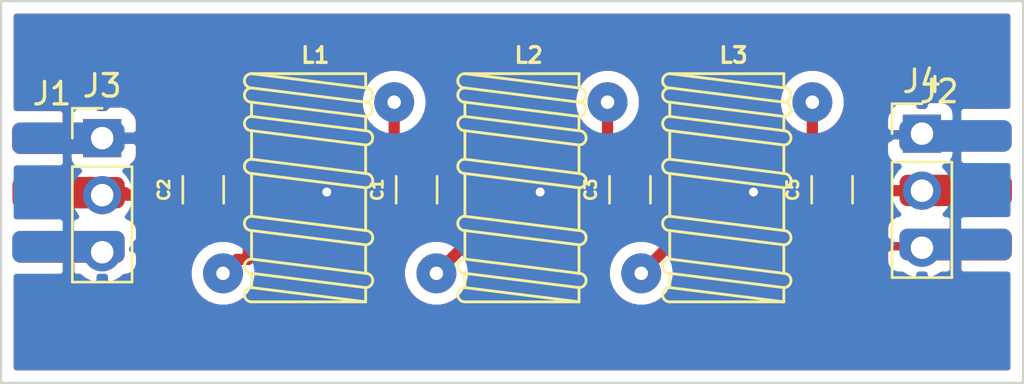
<source format=kicad_pcb>
(kicad_pcb (version 20171130) (host pcbnew 5.1.12-unknown-nightly-202202221509)

  (general
    (thickness 1.6)
    (drawings 4)
    (tracks 32)
    (zones 0)
    (modules 11)
    (nets 6)
  )

  (page A4)
  (layers
    (0 F.Cu signal)
    (31 B.Cu signal)
    (32 B.Adhes user)
    (33 F.Adhes user)
    (34 B.Paste user)
    (35 F.Paste user)
    (36 B.SilkS user)
    (37 F.SilkS user)
    (38 B.Mask user)
    (39 F.Mask user)
    (40 Dwgs.User user)
    (41 Cmts.User user)
    (42 Eco1.User user)
    (43 Eco2.User user)
    (44 Edge.Cuts user)
    (45 Margin user)
    (46 B.CrtYd user)
    (47 F.CrtYd user)
    (48 B.Fab user)
    (49 F.Fab user)
  )

  (setup
    (last_trace_width 0.5)
    (user_trace_width 0.5)
    (user_trace_width 0.75)
    (trace_clearance 0.2)
    (zone_clearance 0.508)
    (zone_45_only no)
    (trace_min 0.2)
    (via_size 0.8)
    (via_drill 0.4)
    (via_min_size 0.4)
    (via_min_drill 0.3)
    (user_via 1.2 0.7)
    (uvia_size 0.3)
    (uvia_drill 0.1)
    (uvias_allowed no)
    (uvia_min_size 0.2)
    (uvia_min_drill 0.1)
    (edge_width 0.05)
    (segment_width 0.2)
    (pcb_text_width 0.3)
    (pcb_text_size 1.5 1.5)
    (mod_edge_width 0.12)
    (mod_text_size 1 1)
    (mod_text_width 0.15)
    (pad_size 1.524 1.524)
    (pad_drill 0.762)
    (pad_to_mask_clearance 0.051)
    (solder_mask_min_width 0.25)
    (aux_axis_origin 0 0)
    (visible_elements FFFFFF7F)
    (pcbplotparams
      (layerselection 0x010fc_ffffffff)
      (usegerberextensions true)
      (usegerberattributes false)
      (usegerberadvancedattributes false)
      (creategerberjobfile false)
      (excludeedgelayer true)
      (linewidth 0.100000)
      (plotframeref false)
      (viasonmask false)
      (mode 1)
      (useauxorigin false)
      (hpglpennumber 1)
      (hpglpenspeed 20)
      (hpglpendiameter 15.000000)
      (psnegative false)
      (psa4output false)
      (plotreference true)
      (plotvalue false)
      (plotinvisibletext false)
      (padsonsilk false)
      (subtractmaskfromsilk true)
      (outputformat 1)
      (mirror false)
      (drillshape 0)
      (scaleselection 1)
      (outputdirectory "gerber/"))
  )

  (net 0 "")
  (net 1 GND)
  (net 2 "Net-(C3-Pad2)")
  (net 3 Input)
  (net 4 Output)
  (net 5 "Net-(C1-Pad2)")

  (net_class Default "This is the default net class."
    (clearance 0.2)
    (trace_width 0.25)
    (via_dia 0.8)
    (via_drill 0.4)
    (uvia_dia 0.3)
    (uvia_drill 0.1)
    (add_net GND)
    (add_net Input)
    (add_net "Net-(C1-Pad2)")
    (add_net "Net-(C3-Pad2)")
    (add_net Output)
  )

  (module "Xenir:Capacitor 1206" (layer F.Cu) (tedit 5EAEEA25) (tstamp 63A27B39)
    (at 139.25 97.4 90)
    (path /5E9E7736)
    (fp_text reference C5 (at 0 0.5 90) (layer F.SilkS)
      (effects (font (size 0.5 0.5) (thickness 0.125)))
    )
    (fp_text value 100pF (at 0.5 4 90) (layer F.Fab)
      (effects (font (size 0.5 0.5) (thickness 0.125)))
    )
    (fp_text user %R (at 0 2.25 90) (layer F.Fab)
      (effects (font (size 0.8 0.8) (thickness 0.12)))
    )
    (fp_line (start 1.6 1.45) (end 1.6 3.05) (layer F.Fab) (width 0.1))
    (fp_line (start 1.6 3.05) (end -1.6 3.05) (layer F.Fab) (width 0.1))
    (fp_line (start 2.28 3.37) (end -2.28 3.37) (layer F.CrtYd) (width 0.05))
    (fp_line (start -2.28 1.13) (end 2.28 1.13) (layer F.CrtYd) (width 0.05))
    (fp_line (start -0.602064 3.16) (end 0.602064 3.16) (layer F.SilkS) (width 0.12))
    (fp_line (start -0.602064 1.34) (end 0.602064 1.34) (layer F.SilkS) (width 0.12))
    (fp_line (start -2.28 3.37) (end -2.28 1.13) (layer F.CrtYd) (width 0.05))
    (fp_line (start -1.6 1.45) (end 1.6 1.45) (layer F.Fab) (width 0.1))
    (fp_line (start 2.28 1.13) (end 2.28 3.37) (layer F.CrtYd) (width 0.05))
    (fp_line (start -1.6 3.05) (end -1.6 1.45) (layer F.Fab) (width 0.1))
    (pad 2 smd roundrect (at 1.4 2.25 90) (size 1.25 1.75) (layers F.Cu F.Paste F.Mask) (roundrect_rratio 0.2)
      (net 4 Output))
    (pad 1 smd roundrect (at -1.4 2.25 90) (size 1.25 1.75) (layers F.Cu F.Paste F.Mask) (roundrect_rratio 0.2)
      (net 1 GND))
  )

  (module "Xenir:Capacitor 1206" (layer F.Cu) (tedit 5EAEEA25) (tstamp 63A27B08)
    (at 111.25 97.4 90)
    (path /5E9E667F)
    (fp_text reference C2 (at 0 0.5 90) (layer F.SilkS)
      (effects (font (size 0.5 0.5) (thickness 0.125)))
    )
    (fp_text value 100pF (at 0.5 4 90) (layer F.Fab)
      (effects (font (size 0.5 0.5) (thickness 0.125)))
    )
    (fp_text user %R (at 0 2.25 90) (layer F.Fab)
      (effects (font (size 0.8 0.8) (thickness 0.12)))
    )
    (fp_line (start 1.6 1.45) (end 1.6 3.05) (layer F.Fab) (width 0.1))
    (fp_line (start 1.6 3.05) (end -1.6 3.05) (layer F.Fab) (width 0.1))
    (fp_line (start 2.28 3.37) (end -2.28 3.37) (layer F.CrtYd) (width 0.05))
    (fp_line (start -2.28 1.13) (end 2.28 1.13) (layer F.CrtYd) (width 0.05))
    (fp_line (start -0.602064 3.16) (end 0.602064 3.16) (layer F.SilkS) (width 0.12))
    (fp_line (start -0.602064 1.34) (end 0.602064 1.34) (layer F.SilkS) (width 0.12))
    (fp_line (start -2.28 3.37) (end -2.28 1.13) (layer F.CrtYd) (width 0.05))
    (fp_line (start -1.6 1.45) (end 1.6 1.45) (layer F.Fab) (width 0.1))
    (fp_line (start 2.28 1.13) (end 2.28 3.37) (layer F.CrtYd) (width 0.05))
    (fp_line (start -1.6 3.05) (end -1.6 1.45) (layer F.Fab) (width 0.1))
    (pad 2 smd roundrect (at 1.4 2.25 90) (size 1.25 1.75) (layers F.Cu F.Paste F.Mask) (roundrect_rratio 0.2)
      (net 3 Input))
    (pad 1 smd roundrect (at -1.4 2.25 90) (size 1.25 1.75) (layers F.Cu F.Paste F.Mask) (roundrect_rratio 0.2)
      (net 1 GND))
  )

  (module Xenir:T37_Inductor (layer F.Cu) (tedit 5F4AA3ED) (tstamp 63A2780D)
    (at 136.81 90.31)
    (path /63A2F86C)
    (fp_text reference L3 (at 0.3 1.1) (layer F.SilkS)
      (effects (font (size 0.7 0.7) (thickness 0.15)))
    )
    (fp_text value Inductor (at 0 -0.1) (layer F.Fab)
      (effects (font (size 0.7 0.7) (thickness 0.15)))
    )
    (fp_arc (start 2.54 6.6825) (end 2.54 6.365) (angle 180) (layer F.SilkS) (width 0.127))
    (fp_arc (start -2.54 6.0475) (end -2.54 6.365) (angle 180) (layer F.SilkS) (width 0.127))
    (fp_arc (start 2.54 3.5075) (end 2.54 3.19) (angle 180) (layer F.SilkS) (width 0.127))
    (fp_arc (start 2.54 9.2225) (end 2.54 8.905) (angle 180) (layer F.SilkS) (width 0.127))
    (fp_arc (start 2.54 11.1275) (end 2.54 10.81) (angle 180) (layer F.SilkS) (width 0.127))
    (fp_arc (start -2.54 11.7625) (end -2.54 12.08) (angle 180) (layer F.SilkS) (width 0.127))
    (fp_arc (start -2.54 2.2375) (end -2.54 2.555) (angle 180) (layer F.SilkS) (width 0.127))
    (fp_arc (start -2.54 2.8725) (end -2.54 3.19) (angle 180) (layer F.SilkS) (width 0.127))
    (fp_arc (start 2.54 2.8725) (end 2.54 2.555) (angle 180) (layer F.SilkS) (width 0.127))
    (fp_arc (start -2.54 4.1425) (end -2.54 4.46) (angle 180) (layer F.SilkS) (width 0.127))
    (fp_arc (start -2.54 8.5875) (end -2.54 8.905) (angle 180) (layer F.SilkS) (width 0.127))
    (fp_arc (start -2.54 10.4925) (end -2.54 10.81) (angle 180) (layer F.SilkS) (width 0.127))
    (fp_arc (start 2.54 4.7775) (end 2.54 4.46) (angle 180) (layer F.SilkS) (width 0.127))
    (fp_circle (center 4.7625 1.92) (end 4.9869 1.92) (layer F.Fab) (width 0.4064))
    (fp_line (start -2.54 3.825) (end 2.54 4.46) (layer F.SilkS) (width 0.127))
    (fp_line (start -2.54 10.81) (end 2.54 11.445) (layer F.SilkS) (width 0.127))
    (fp_line (start -2.54 4.46) (end 2.54 5.095) (layer F.SilkS) (width 0.127))
    (fp_line (start -2.54 10.175) (end 2.54 10.81) (layer F.SilkS) (width 0.127))
    (fp_line (start -2.54 8.27) (end 2.54 8.905) (layer F.SilkS) (width 0.127))
    (fp_line (start -2.54 2.555) (end 2.54 3.19) (layer F.SilkS) (width 0.127))
    (fp_line (start -2.54 6.365) (end 2.54 7) (layer F.SilkS) (width 0.127))
    (fp_line (start -2.54 5.73) (end 2.54 6.365) (layer F.SilkS) (width 0.127))
    (fp_line (start -2.54 11.445) (end 2.54 12.08) (layer F.SilkS) (width 0.127))
    (fp_line (start -2.54 3.19) (end 2.54 3.825) (layer F.SilkS) (width 0.127))
    (fp_line (start -2.54 8.905) (end 2.54 9.54) (layer F.SilkS) (width 0.127))
    (fp_line (start 2.54 8.905) (end 2.54 7) (layer F.SilkS) (width 0.127))
    (fp_line (start 2.54 10.81) (end 2.54 9.54) (layer F.SilkS) (width 0.127))
    (fp_line (start -2.54 10.81) (end -2.54 11.445) (layer F.SilkS) (width 0.127))
    (fp_line (start -2.54 3.19) (end -2.54 3.825) (layer F.SilkS) (width 0.127))
    (fp_line (start 2.54 1.92) (end -2.54 1.92) (layer F.SilkS) (width 0.127))
    (fp_line (start 2.54 4.46) (end 2.54 3.825) (layer F.SilkS) (width 0.127))
    (fp_line (start 2.54 12.08) (end 2.54 11.445) (layer F.SilkS) (width 0.127))
    (fp_line (start -2.54 6.365) (end -2.54 8.27) (layer F.SilkS) (width 0.127))
    (fp_line (start -2.54 1.92) (end 2.54 2.555) (layer F.SilkS) (width 0.127))
    (fp_line (start 2.54 6.365) (end 2.54 5.095) (layer F.SilkS) (width 0.127))
    (fp_line (start -2.54 12.08) (end 2.54 12.08) (layer F.SilkS) (width 0.127))
    (fp_line (start -2.54 8.905) (end -2.54 10.175) (layer F.SilkS) (width 0.127))
    (fp_line (start -2.54 4.46) (end -2.54 5.73) (layer F.SilkS) (width 0.127))
    (fp_line (start 2.54 2.555) (end 2.54 1.92) (layer F.SilkS) (width 0.127))
    (pad 1 thru_hole circle (at -3.81 10.81) (size 1.778 1.778) (drill 0.6) (layers *.Cu *.Mask)
      (net 2 "Net-(C3-Pad2)") (solder_mask_margin 0.1016))
    (pad 2 thru_hole circle (at 3.81 3.19) (size 1.778 1.778) (drill 0.6) (layers *.Cu *.Mask)
      (net 4 Output) (solder_mask_margin 0.1016))
  )

  (module Xenir:T37_Inductor (layer F.Cu) (tedit 5F4AA3ED) (tstamp 63A277E0)
    (at 127.69 90.31)
    (path /63A2F47D)
    (fp_text reference L2 (at 0.3 1.1) (layer F.SilkS)
      (effects (font (size 0.7 0.7) (thickness 0.15)))
    )
    (fp_text value Inductor (at 0 -0.1) (layer F.Fab)
      (effects (font (size 0.7 0.7) (thickness 0.15)))
    )
    (fp_arc (start 2.54 6.6825) (end 2.54 6.365) (angle 180) (layer F.SilkS) (width 0.127))
    (fp_arc (start -2.54 6.0475) (end -2.54 6.365) (angle 180) (layer F.SilkS) (width 0.127))
    (fp_arc (start 2.54 3.5075) (end 2.54 3.19) (angle 180) (layer F.SilkS) (width 0.127))
    (fp_arc (start 2.54 9.2225) (end 2.54 8.905) (angle 180) (layer F.SilkS) (width 0.127))
    (fp_arc (start 2.54 11.1275) (end 2.54 10.81) (angle 180) (layer F.SilkS) (width 0.127))
    (fp_arc (start -2.54 11.7625) (end -2.54 12.08) (angle 180) (layer F.SilkS) (width 0.127))
    (fp_arc (start -2.54 2.2375) (end -2.54 2.555) (angle 180) (layer F.SilkS) (width 0.127))
    (fp_arc (start -2.54 2.8725) (end -2.54 3.19) (angle 180) (layer F.SilkS) (width 0.127))
    (fp_arc (start 2.54 2.8725) (end 2.54 2.555) (angle 180) (layer F.SilkS) (width 0.127))
    (fp_arc (start -2.54 4.1425) (end -2.54 4.46) (angle 180) (layer F.SilkS) (width 0.127))
    (fp_arc (start -2.54 8.5875) (end -2.54 8.905) (angle 180) (layer F.SilkS) (width 0.127))
    (fp_arc (start -2.54 10.4925) (end -2.54 10.81) (angle 180) (layer F.SilkS) (width 0.127))
    (fp_arc (start 2.54 4.7775) (end 2.54 4.46) (angle 180) (layer F.SilkS) (width 0.127))
    (fp_circle (center 4.7625 1.92) (end 4.9869 1.92) (layer F.Fab) (width 0.4064))
    (fp_line (start -2.54 3.825) (end 2.54 4.46) (layer F.SilkS) (width 0.127))
    (fp_line (start -2.54 10.81) (end 2.54 11.445) (layer F.SilkS) (width 0.127))
    (fp_line (start -2.54 4.46) (end 2.54 5.095) (layer F.SilkS) (width 0.127))
    (fp_line (start -2.54 10.175) (end 2.54 10.81) (layer F.SilkS) (width 0.127))
    (fp_line (start -2.54 8.27) (end 2.54 8.905) (layer F.SilkS) (width 0.127))
    (fp_line (start -2.54 2.555) (end 2.54 3.19) (layer F.SilkS) (width 0.127))
    (fp_line (start -2.54 6.365) (end 2.54 7) (layer F.SilkS) (width 0.127))
    (fp_line (start -2.54 5.73) (end 2.54 6.365) (layer F.SilkS) (width 0.127))
    (fp_line (start -2.54 11.445) (end 2.54 12.08) (layer F.SilkS) (width 0.127))
    (fp_line (start -2.54 3.19) (end 2.54 3.825) (layer F.SilkS) (width 0.127))
    (fp_line (start -2.54 8.905) (end 2.54 9.54) (layer F.SilkS) (width 0.127))
    (fp_line (start 2.54 8.905) (end 2.54 7) (layer F.SilkS) (width 0.127))
    (fp_line (start 2.54 10.81) (end 2.54 9.54) (layer F.SilkS) (width 0.127))
    (fp_line (start -2.54 10.81) (end -2.54 11.445) (layer F.SilkS) (width 0.127))
    (fp_line (start -2.54 3.19) (end -2.54 3.825) (layer F.SilkS) (width 0.127))
    (fp_line (start 2.54 1.92) (end -2.54 1.92) (layer F.SilkS) (width 0.127))
    (fp_line (start 2.54 4.46) (end 2.54 3.825) (layer F.SilkS) (width 0.127))
    (fp_line (start 2.54 12.08) (end 2.54 11.445) (layer F.SilkS) (width 0.127))
    (fp_line (start -2.54 6.365) (end -2.54 8.27) (layer F.SilkS) (width 0.127))
    (fp_line (start -2.54 1.92) (end 2.54 2.555) (layer F.SilkS) (width 0.127))
    (fp_line (start 2.54 6.365) (end 2.54 5.095) (layer F.SilkS) (width 0.127))
    (fp_line (start -2.54 12.08) (end 2.54 12.08) (layer F.SilkS) (width 0.127))
    (fp_line (start -2.54 8.905) (end -2.54 10.175) (layer F.SilkS) (width 0.127))
    (fp_line (start -2.54 4.46) (end -2.54 5.73) (layer F.SilkS) (width 0.127))
    (fp_line (start 2.54 2.555) (end 2.54 1.92) (layer F.SilkS) (width 0.127))
    (pad 1 thru_hole circle (at -3.81 10.81) (size 1.778 1.778) (drill 0.6) (layers *.Cu *.Mask)
      (net 5 "Net-(C1-Pad2)") (solder_mask_margin 0.1016))
    (pad 2 thru_hole circle (at 3.81 3.19) (size 1.778 1.778) (drill 0.6) (layers *.Cu *.Mask)
      (net 2 "Net-(C3-Pad2)") (solder_mask_margin 0.1016))
  )

  (module Xenir:T37_Inductor (layer F.Cu) (tedit 5F4AA3ED) (tstamp 63A277B3)
    (at 118.19 90.31)
    (path /63A2E768)
    (fp_text reference L1 (at 0.3 1.1) (layer F.SilkS)
      (effects (font (size 0.7 0.7) (thickness 0.15)))
    )
    (fp_text value Inductor (at 0 -0.1) (layer F.Fab)
      (effects (font (size 0.7 0.7) (thickness 0.15)))
    )
    (fp_arc (start 2.54 6.6825) (end 2.54 6.365) (angle 180) (layer F.SilkS) (width 0.127))
    (fp_arc (start -2.54 6.0475) (end -2.54 6.365) (angle 180) (layer F.SilkS) (width 0.127))
    (fp_arc (start 2.54 3.5075) (end 2.54 3.19) (angle 180) (layer F.SilkS) (width 0.127))
    (fp_arc (start 2.54 9.2225) (end 2.54 8.905) (angle 180) (layer F.SilkS) (width 0.127))
    (fp_arc (start 2.54 11.1275) (end 2.54 10.81) (angle 180) (layer F.SilkS) (width 0.127))
    (fp_arc (start -2.54 11.7625) (end -2.54 12.08) (angle 180) (layer F.SilkS) (width 0.127))
    (fp_arc (start -2.54 2.2375) (end -2.54 2.555) (angle 180) (layer F.SilkS) (width 0.127))
    (fp_arc (start -2.54 2.8725) (end -2.54 3.19) (angle 180) (layer F.SilkS) (width 0.127))
    (fp_arc (start 2.54 2.8725) (end 2.54 2.555) (angle 180) (layer F.SilkS) (width 0.127))
    (fp_arc (start -2.54 4.1425) (end -2.54 4.46) (angle 180) (layer F.SilkS) (width 0.127))
    (fp_arc (start -2.54 8.5875) (end -2.54 8.905) (angle 180) (layer F.SilkS) (width 0.127))
    (fp_arc (start -2.54 10.4925) (end -2.54 10.81) (angle 180) (layer F.SilkS) (width 0.127))
    (fp_arc (start 2.54 4.7775) (end 2.54 4.46) (angle 180) (layer F.SilkS) (width 0.127))
    (fp_circle (center 4.7625 1.92) (end 4.9869 1.92) (layer F.Fab) (width 0.4064))
    (fp_line (start -2.54 3.825) (end 2.54 4.46) (layer F.SilkS) (width 0.127))
    (fp_line (start -2.54 10.81) (end 2.54 11.445) (layer F.SilkS) (width 0.127))
    (fp_line (start -2.54 4.46) (end 2.54 5.095) (layer F.SilkS) (width 0.127))
    (fp_line (start -2.54 10.175) (end 2.54 10.81) (layer F.SilkS) (width 0.127))
    (fp_line (start -2.54 8.27) (end 2.54 8.905) (layer F.SilkS) (width 0.127))
    (fp_line (start -2.54 2.555) (end 2.54 3.19) (layer F.SilkS) (width 0.127))
    (fp_line (start -2.54 6.365) (end 2.54 7) (layer F.SilkS) (width 0.127))
    (fp_line (start -2.54 5.73) (end 2.54 6.365) (layer F.SilkS) (width 0.127))
    (fp_line (start -2.54 11.445) (end 2.54 12.08) (layer F.SilkS) (width 0.127))
    (fp_line (start -2.54 3.19) (end 2.54 3.825) (layer F.SilkS) (width 0.127))
    (fp_line (start -2.54 8.905) (end 2.54 9.54) (layer F.SilkS) (width 0.127))
    (fp_line (start 2.54 8.905) (end 2.54 7) (layer F.SilkS) (width 0.127))
    (fp_line (start 2.54 10.81) (end 2.54 9.54) (layer F.SilkS) (width 0.127))
    (fp_line (start -2.54 10.81) (end -2.54 11.445) (layer F.SilkS) (width 0.127))
    (fp_line (start -2.54 3.19) (end -2.54 3.825) (layer F.SilkS) (width 0.127))
    (fp_line (start 2.54 1.92) (end -2.54 1.92) (layer F.SilkS) (width 0.127))
    (fp_line (start 2.54 4.46) (end 2.54 3.825) (layer F.SilkS) (width 0.127))
    (fp_line (start 2.54 12.08) (end 2.54 11.445) (layer F.SilkS) (width 0.127))
    (fp_line (start -2.54 6.365) (end -2.54 8.27) (layer F.SilkS) (width 0.127))
    (fp_line (start -2.54 1.92) (end 2.54 2.555) (layer F.SilkS) (width 0.127))
    (fp_line (start 2.54 6.365) (end 2.54 5.095) (layer F.SilkS) (width 0.127))
    (fp_line (start -2.54 12.08) (end 2.54 12.08) (layer F.SilkS) (width 0.127))
    (fp_line (start -2.54 8.905) (end -2.54 10.175) (layer F.SilkS) (width 0.127))
    (fp_line (start -2.54 4.46) (end -2.54 5.73) (layer F.SilkS) (width 0.127))
    (fp_line (start 2.54 2.555) (end 2.54 1.92) (layer F.SilkS) (width 0.127))
    (pad 1 thru_hole circle (at -3.81 10.81) (size 1.778 1.778) (drill 0.6) (layers *.Cu *.Mask)
      (net 3 Input) (solder_mask_margin 0.1016))
    (pad 2 thru_hole circle (at 3.81 3.19) (size 1.778 1.778) (drill 0.6) (layers *.Cu *.Mask)
      (net 5 "Net-(C1-Pad2)") (solder_mask_margin 0.1016))
  )

  (module "Xenir:Capacitor 1206" (layer F.Cu) (tedit 5EAEEA25) (tstamp 63A276EA)
    (at 130.25 97.4 90)
    (path /63A373BB)
    (fp_text reference C3 (at 0 0.5 90) (layer F.SilkS)
      (effects (font (size 0.5 0.5) (thickness 0.125)))
    )
    (fp_text value 390pF (at 0.5 4 90) (layer F.Fab)
      (effects (font (size 0.5 0.5) (thickness 0.125)))
    )
    (fp_text user %R (at 0 2.25 90) (layer F.Fab)
      (effects (font (size 0.8 0.8) (thickness 0.12)))
    )
    (fp_line (start 1.6 1.45) (end 1.6 3.05) (layer F.Fab) (width 0.1))
    (fp_line (start 1.6 3.05) (end -1.6 3.05) (layer F.Fab) (width 0.1))
    (fp_line (start 2.28 3.37) (end -2.28 3.37) (layer F.CrtYd) (width 0.05))
    (fp_line (start -2.28 1.13) (end 2.28 1.13) (layer F.CrtYd) (width 0.05))
    (fp_line (start -0.602064 3.16) (end 0.602064 3.16) (layer F.SilkS) (width 0.12))
    (fp_line (start -0.602064 1.34) (end 0.602064 1.34) (layer F.SilkS) (width 0.12))
    (fp_line (start -2.28 3.37) (end -2.28 1.13) (layer F.CrtYd) (width 0.05))
    (fp_line (start -1.6 1.45) (end 1.6 1.45) (layer F.Fab) (width 0.1))
    (fp_line (start 2.28 1.13) (end 2.28 3.37) (layer F.CrtYd) (width 0.05))
    (fp_line (start -1.6 3.05) (end -1.6 1.45) (layer F.Fab) (width 0.1))
    (pad 2 smd roundrect (at 1.4 2.25 90) (size 1.25 1.75) (layers F.Cu F.Paste F.Mask) (roundrect_rratio 0.2)
      (net 2 "Net-(C3-Pad2)"))
    (pad 1 smd roundrect (at -1.4 2.25 90) (size 1.25 1.75) (layers F.Cu F.Paste F.Mask) (roundrect_rratio 0.2)
      (net 1 GND))
  )

  (module "Xenir:Capacitor 1206" (layer F.Cu) (tedit 5EAEEA25) (tstamp 63A276C9)
    (at 120.75 97.4 90)
    (path /63A34466)
    (fp_text reference C1 (at 0 0.5 90) (layer F.SilkS)
      (effects (font (size 0.5 0.5) (thickness 0.125)))
    )
    (fp_text value 390pF (at 0.5 4 90) (layer F.Fab)
      (effects (font (size 0.5 0.5) (thickness 0.125)))
    )
    (fp_text user %R (at 0 2.25 90) (layer F.Fab)
      (effects (font (size 0.8 0.8) (thickness 0.12)))
    )
    (fp_line (start 1.6 1.45) (end 1.6 3.05) (layer F.Fab) (width 0.1))
    (fp_line (start 1.6 3.05) (end -1.6 3.05) (layer F.Fab) (width 0.1))
    (fp_line (start 2.28 3.37) (end -2.28 3.37) (layer F.CrtYd) (width 0.05))
    (fp_line (start -2.28 1.13) (end 2.28 1.13) (layer F.CrtYd) (width 0.05))
    (fp_line (start -0.602064 3.16) (end 0.602064 3.16) (layer F.SilkS) (width 0.12))
    (fp_line (start -0.602064 1.34) (end 0.602064 1.34) (layer F.SilkS) (width 0.12))
    (fp_line (start -2.28 3.37) (end -2.28 1.13) (layer F.CrtYd) (width 0.05))
    (fp_line (start -1.6 1.45) (end 1.6 1.45) (layer F.Fab) (width 0.1))
    (fp_line (start 2.28 1.13) (end 2.28 3.37) (layer F.CrtYd) (width 0.05))
    (fp_line (start -1.6 3.05) (end -1.6 1.45) (layer F.Fab) (width 0.1))
    (pad 2 smd roundrect (at 1.4 2.25 90) (size 1.25 1.75) (layers F.Cu F.Paste F.Mask) (roundrect_rratio 0.2)
      (net 5 "Net-(C1-Pad2)"))
    (pad 1 smd roundrect (at -1.4 2.25 90) (size 1.25 1.75) (layers F.Cu F.Paste F.Mask) (roundrect_rratio 0.2)
      (net 1 GND))
  )

  (module Connector_PinHeader_2.54mm:PinHeader_1x03_P2.54mm_Vertical (layer F.Cu) (tedit 59FED5CC) (tstamp 639116E5)
    (at 145.5 94.9)
    (descr "Through hole straight pin header, 1x03, 2.54mm pitch, single row")
    (tags "Through hole pin header THT 1x03 2.54mm single row")
    (path /639440FF)
    (fp_text reference J4 (at 0 -2.33) (layer F.SilkS)
      (effects (font (size 1 1) (thickness 0.15)))
    )
    (fp_text value Conn_01x03_Female (at 0 7.41) (layer F.Fab) hide
      (effects (font (size 1 1) (thickness 0.15)))
    )
    (fp_line (start -0.635 -1.27) (end 1.27 -1.27) (layer F.Fab) (width 0.1))
    (fp_line (start 1.27 -1.27) (end 1.27 6.35) (layer F.Fab) (width 0.1))
    (fp_line (start 1.27 6.35) (end -1.27 6.35) (layer F.Fab) (width 0.1))
    (fp_line (start -1.27 6.35) (end -1.27 -0.635) (layer F.Fab) (width 0.1))
    (fp_line (start -1.27 -0.635) (end -0.635 -1.27) (layer F.Fab) (width 0.1))
    (fp_line (start -1.33 6.41) (end 1.33 6.41) (layer F.SilkS) (width 0.12))
    (fp_line (start -1.33 1.27) (end -1.33 6.41) (layer F.SilkS) (width 0.12))
    (fp_line (start 1.33 1.27) (end 1.33 6.41) (layer F.SilkS) (width 0.12))
    (fp_line (start -1.33 1.27) (end 1.33 1.27) (layer F.SilkS) (width 0.12))
    (fp_line (start -1.33 0) (end -1.33 -1.33) (layer F.SilkS) (width 0.12))
    (fp_line (start -1.33 -1.33) (end 0 -1.33) (layer F.SilkS) (width 0.12))
    (fp_line (start -1.8 -1.8) (end -1.8 6.85) (layer F.CrtYd) (width 0.05))
    (fp_line (start -1.8 6.85) (end 1.8 6.85) (layer F.CrtYd) (width 0.05))
    (fp_line (start 1.8 6.85) (end 1.8 -1.8) (layer F.CrtYd) (width 0.05))
    (fp_line (start 1.8 -1.8) (end -1.8 -1.8) (layer F.CrtYd) (width 0.05))
    (fp_text user %R (at 0 2.54 90) (layer F.Fab)
      (effects (font (size 1 1) (thickness 0.15)))
    )
    (pad 3 thru_hole oval (at 0 5.08) (size 1.7 1.7) (drill 1) (layers *.Cu *.Mask)
      (net 1 GND))
    (pad 2 thru_hole oval (at 0 2.54) (size 1.7 1.7) (drill 1) (layers *.Cu *.Mask)
      (net 4 Output))
    (pad 1 thru_hole rect (at 0 0) (size 1.7 1.7) (drill 1) (layers *.Cu *.Mask)
      (net 1 GND))
    (model ${KISYS3DMOD}/Connector_PinHeader_2.54mm.3dshapes/PinHeader_1x03_P2.54mm_Vertical.wrl
      (at (xyz 0 0 0))
      (scale (xyz 1 1 1))
      (rotate (xyz 0 0 0))
    )
  )

  (module Xenir:PCB-SMA-EDGE (layer F.Cu) (tedit 6390BCD2) (tstamp 63912825)
    (at 147.01524 92.2695)
    (path /6393CE58)
    (fp_text reference J2 (at -0.75 0.75) (layer F.SilkS)
      (effects (font (size 1 1) (thickness 0.15)))
    )
    (fp_text value PCB_SMA_EDGE (at -4.65836 5.10032 90) (layer F.Fab) hide
      (effects (font (size 1 1) (thickness 0.15)))
    )
    (fp_line (start 2.7686 1.5) (end 2.77114 8.75) (layer F.CrtYd) (width 0.05))
    (fp_line (start 2.7686 1.5) (end -3 1.5) (layer F.CrtYd) (width 0.05))
    (fp_line (start 2.77114 8.75) (end -3 8.75) (layer F.CrtYd) (width 0.05))
    (fp_line (start -3 1.5) (end -3 8.75) (layer F.CrtYd) (width 0.05))
    (fp_text user %R (at -0.75 -0.5) (layer F.Fab)
      (effects (font (size 0.98 0.98) (thickness 0.15)))
    )
    (pad 2 smd roundrect (at -0.02286 7.55904) (size 5 1.4) (layers B.Cu F.Paste F.Mask) (roundrect_rratio 0.25)
      (net 1 GND))
    (pad 2 smd roundrect (at -0.01524 2.7305) (size 5 1.4) (layers B.Cu F.Paste F.Mask) (roundrect_rratio 0.25)
      (net 1 GND))
    (pad 2 smd roundrect (at -0.01016 7.57936) (size 5 1.4) (layers F.Cu F.Paste F.Mask) (roundrect_rratio 0.25)
      (net 1 GND))
    (pad 2 smd roundrect (at -0.02794 2.73812) (size 5 1.4) (layers F.Cu F.Paste F.Mask) (roundrect_rratio 0.25)
      (net 1 GND))
    (pad 1 smd roundrect (at -0.01016 5.15874) (size 5 1.4) (layers F.Cu F.Paste F.Mask) (roundrect_rratio 0.25)
      (net 4 Output))
  )

  (module Xenir:PCB-SMA-EDGE (layer F.Cu) (tedit 6390BCD2) (tstamp 63912817)
    (at 107.51524 92.3695)
    (path /6393BB21)
    (fp_text reference J1 (at -0.75 0.75) (layer F.SilkS)
      (effects (font (size 1 1) (thickness 0.15)))
    )
    (fp_text value PCB_SMA_EDGE (at -4.65836 5.10032 90) (layer F.Fab) hide
      (effects (font (size 1 1) (thickness 0.15)))
    )
    (fp_line (start 2.7686 1.5) (end 2.77114 8.75) (layer F.CrtYd) (width 0.05))
    (fp_line (start 2.7686 1.5) (end -3 1.5) (layer F.CrtYd) (width 0.05))
    (fp_line (start 2.77114 8.75) (end -3 8.75) (layer F.CrtYd) (width 0.05))
    (fp_line (start -3 1.5) (end -3 8.75) (layer F.CrtYd) (width 0.05))
    (fp_text user %R (at -0.75 -0.5) (layer F.Fab)
      (effects (font (size 0.98 0.98) (thickness 0.15)))
    )
    (pad 2 smd roundrect (at -0.02286 7.55904) (size 5 1.4) (layers B.Cu F.Paste F.Mask) (roundrect_rratio 0.25)
      (net 1 GND))
    (pad 2 smd roundrect (at -0.01524 2.7305) (size 5 1.4) (layers B.Cu F.Paste F.Mask) (roundrect_rratio 0.25)
      (net 1 GND))
    (pad 2 smd roundrect (at -0.01016 7.57936) (size 5 1.4) (layers F.Cu F.Paste F.Mask) (roundrect_rratio 0.25)
      (net 1 GND))
    (pad 2 smd roundrect (at -0.02794 2.73812) (size 5 1.4) (layers F.Cu F.Paste F.Mask) (roundrect_rratio 0.25)
      (net 1 GND))
    (pad 1 smd roundrect (at -0.01016 5.15874) (size 5 1.4) (layers F.Cu F.Paste F.Mask) (roundrect_rratio 0.25)
      (net 3 Input))
  )

  (module Connector_PinHeader_2.54mm:PinHeader_1x03_P2.54mm_Vertical (layer F.Cu) (tedit 59FED5CC) (tstamp 639116CE)
    (at 109 95.1)
    (descr "Through hole straight pin header, 1x03, 2.54mm pitch, single row")
    (tags "Through hole pin header THT 1x03 2.54mm single row")
    (path /63942654)
    (fp_text reference J3 (at 0 -2.33) (layer F.SilkS)
      (effects (font (size 1 1) (thickness 0.15)))
    )
    (fp_text value Conn_01x03_Female (at 0 7.41) (layer F.Fab) hide
      (effects (font (size 1 1) (thickness 0.15)))
    )
    (fp_line (start -0.635 -1.27) (end 1.27 -1.27) (layer F.Fab) (width 0.1))
    (fp_line (start 1.27 -1.27) (end 1.27 6.35) (layer F.Fab) (width 0.1))
    (fp_line (start 1.27 6.35) (end -1.27 6.35) (layer F.Fab) (width 0.1))
    (fp_line (start -1.27 6.35) (end -1.27 -0.635) (layer F.Fab) (width 0.1))
    (fp_line (start -1.27 -0.635) (end -0.635 -1.27) (layer F.Fab) (width 0.1))
    (fp_line (start -1.33 6.41) (end 1.33 6.41) (layer F.SilkS) (width 0.12))
    (fp_line (start -1.33 1.27) (end -1.33 6.41) (layer F.SilkS) (width 0.12))
    (fp_line (start 1.33 1.27) (end 1.33 6.41) (layer F.SilkS) (width 0.12))
    (fp_line (start -1.33 1.27) (end 1.33 1.27) (layer F.SilkS) (width 0.12))
    (fp_line (start -1.33 0) (end -1.33 -1.33) (layer F.SilkS) (width 0.12))
    (fp_line (start -1.33 -1.33) (end 0 -1.33) (layer F.SilkS) (width 0.12))
    (fp_line (start -1.8 -1.8) (end -1.8 6.85) (layer F.CrtYd) (width 0.05))
    (fp_line (start -1.8 6.85) (end 1.8 6.85) (layer F.CrtYd) (width 0.05))
    (fp_line (start 1.8 6.85) (end 1.8 -1.8) (layer F.CrtYd) (width 0.05))
    (fp_line (start 1.8 -1.8) (end -1.8 -1.8) (layer F.CrtYd) (width 0.05))
    (fp_text user %R (at 0 2.54 90) (layer F.Fab)
      (effects (font (size 1 1) (thickness 0.15)))
    )
    (pad 3 thru_hole oval (at 0 5.08) (size 1.7 1.7) (drill 1) (layers *.Cu *.Mask)
      (net 1 GND))
    (pad 2 thru_hole oval (at 0 2.54) (size 1.7 1.7) (drill 1) (layers *.Cu *.Mask)
      (net 3 Input))
    (pad 1 thru_hole rect (at 0 0) (size 1.7 1.7) (drill 1) (layers *.Cu *.Mask)
      (net 1 GND))
    (model ${KISYS3DMOD}/Connector_PinHeader_2.54mm.3dshapes/PinHeader_1x03_P2.54mm_Vertical.wrl
      (at (xyz 0 0 0))
      (scale (xyz 1 1 1))
      (rotate (xyz 0 0 0))
    )
  )

  (gr_line (start 150 89) (end 150 106) (layer Edge.Cuts) (width 0.1))
  (gr_line (start 104.5 89) (end 150 89) (layer Edge.Cuts) (width 0.1))
  (gr_line (start 104.5 106) (end 104.5 89) (layer Edge.Cuts) (width 0.1))
  (gr_line (start 150 106) (end 104.5 106) (layer Edge.Cuts) (width 0.1))

  (via (at 119 97.5) (size 0.8) (drill 0.4) (layers F.Cu B.Cu) (net 1))
  (via (at 128.5 97.5) (size 0.8) (drill 0.4) (layers F.Cu B.Cu) (net 1))
  (via (at 138 97.5) (size 0.8) (drill 0.4) (layers F.Cu B.Cu) (net 1))
  (segment (start 131.5 95) (end 132.5 96) (width 0.5) (layer F.Cu) (net 2))
  (segment (start 131.5 93.5) (end 131.5 95) (width 0.5) (layer F.Cu) (net 2))
  (segment (start 134.5 97.5) (end 134.5 99.62) (width 0.5) (layer F.Cu) (net 2))
  (segment (start 133 96) (end 134.5 97.5) (width 0.5) (layer F.Cu) (net 2))
  (segment (start 134.5 99.62) (end 133 101.12) (width 0.5) (layer F.Cu) (net 2))
  (segment (start 132.5 96) (end 133 96) (width 0.5) (layer F.Cu) (net 2))
  (segment (start 107.50508 97.52824) (end 110.02824 97.52824) (width 0.5) (layer F.Cu) (net 3))
  (segment (start 113.75 100.99) (end 113.88 101.12) (width 0.5) (layer F.Cu) (net 3))
  (segment (start 109 97.64) (end 110.36 97.64) (width 0.5) (layer F.Cu) (net 3))
  (segment (start 112 96) (end 113.5 96) (width 0.5) (layer F.Cu) (net 3))
  (segment (start 110.36 97.64) (end 112 96) (width 0.5) (layer F.Cu) (net 3))
  (segment (start 113.5 96) (end 115 96) (width 0.5) (layer F.Cu) (net 3))
  (segment (start 115 96) (end 115.5 96.5) (width 0.5) (layer F.Cu) (net 3))
  (segment (start 115.5 96.5) (end 115.5 100.5) (width 0.5) (layer F.Cu) (net 3))
  (segment (start 115 100.5) (end 114.38 101.12) (width 0.5) (layer F.Cu) (net 3))
  (segment (start 115.5 100.5) (end 115 100.5) (width 0.5) (layer F.Cu) (net 3))
  (segment (start 145.213999 97.44) (end 145.5 97.44) (width 0.5) (layer F.Cu) (net 4))
  (segment (start 140.62 95.12) (end 141.5 96) (width 0.5) (layer F.Cu) (net 4))
  (segment (start 140.62 93.5) (end 140.62 95.12) (width 0.5) (layer F.Cu) (net 4))
  (segment (start 141.5 96) (end 142.5 96) (width 0.5) (layer F.Cu) (net 4))
  (segment (start 143.94 97.44) (end 145.5 97.44) (width 0.5) (layer F.Cu) (net 4))
  (segment (start 142.5 96) (end 143.94 97.44) (width 0.5) (layer F.Cu) (net 4))
  (segment (start 124.5 100.5) (end 123.88 101.12) (width 0.5) (layer F.Cu) (net 5))
  (segment (start 122 95) (end 123 96) (width 0.5) (layer F.Cu) (net 5))
  (segment (start 122 93.5) (end 122 95) (width 0.5) (layer F.Cu) (net 5))
  (segment (start 123 96) (end 124 96) (width 0.5) (layer F.Cu) (net 5))
  (segment (start 124 96) (end 125 97) (width 0.5) (layer F.Cu) (net 5))
  (segment (start 125 100) (end 123.88 101.12) (width 0.5) (layer F.Cu) (net 5))
  (segment (start 125 97) (end 125 100) (width 0.5) (layer F.Cu) (net 5))

  (zone (net 1) (net_name GND) (layer F.Cu) (tstamp 0) (hatch edge 0.508)
    (connect_pads (clearance 0.508))
    (min_thickness 0.254)
    (fill yes (arc_segments 32) (thermal_gap 0.508) (thermal_bridge_width 0.508))
    (polygon
      (pts
        (xy 150 106) (xy 104.5 106) (xy 104.5 89) (xy 150 89)
      )
    )
    (filled_polygon
      (pts
        (xy 149.315 93.669787) (xy 147.27305 93.67262) (xy 147.1143 93.83137) (xy 147.1143 94.88062) (xy 147.1343 94.88062)
        (xy 147.1343 95.13462) (xy 147.1143 95.13462) (xy 147.1143 95.15462) (xy 146.95387 95.15462) (xy 146.82625 95.027)
        (xy 145.627 95.027) (xy 145.627 95.047) (xy 145.373 95.047) (xy 145.373 95.027) (xy 144.17375 95.027)
        (xy 144.06613 95.13462) (xy 144.01105 95.13462) (xy 143.8523 95.29337) (xy 143.849228 95.70762) (xy 143.861488 95.832102)
        (xy 143.897798 95.9518) (xy 143.956763 96.062114) (xy 144.036115 96.158805) (xy 144.132806 96.238157) (xy 144.24312 96.297122)
        (xy 144.253158 96.300167) (xy 144.156408 96.379568) (xy 144.145021 96.393443) (xy 143.156534 95.404956) (xy 143.128817 95.371183)
        (xy 142.994059 95.260589) (xy 142.907659 95.214408) (xy 142.863405 95.131614) (xy 142.752962 94.997038) (xy 142.618386 94.886595)
        (xy 142.46485 94.804528) (xy 142.298254 94.753992) (xy 142.125 94.736928) (xy 141.511934 94.736928) (xy 141.591493 94.683768)
        (xy 141.803768 94.471493) (xy 141.913264 94.30762) (xy 143.849228 94.30762) (xy 143.8523 94.72187) (xy 144.01105 94.88062)
        (xy 146.8603 94.88062) (xy 146.8603 94.73895) (xy 146.985 94.61425) (xy 146.988072 94.05) (xy 146.975812 93.925518)
        (xy 146.939502 93.80582) (xy 146.880537 93.695506) (xy 146.801185 93.598815) (xy 146.704494 93.519463) (xy 146.59418 93.460498)
        (xy 146.474482 93.424188) (xy 146.35 93.411928) (xy 145.78575 93.415) (xy 145.627 93.57375) (xy 145.627 93.671129)
        (xy 145.373 93.670777) (xy 145.373 93.57375) (xy 145.21425 93.415) (xy 144.65 93.411928) (xy 144.525518 93.424188)
        (xy 144.40582 93.460498) (xy 144.295506 93.519463) (xy 144.198815 93.598815) (xy 144.119463 93.695506) (xy 144.060498 93.80582)
        (xy 144.048137 93.846569) (xy 144.036115 93.856435) (xy 143.956763 93.953126) (xy 143.897798 94.06344) (xy 143.861488 94.183138)
        (xy 143.849228 94.30762) (xy 141.913264 94.30762) (xy 141.970551 94.221885) (xy 142.085434 93.944534) (xy 142.144 93.650101)
        (xy 142.144 93.349899) (xy 142.085434 93.055466) (xy 141.970551 92.778115) (xy 141.803768 92.528507) (xy 141.591493 92.316232)
        (xy 141.341885 92.149449) (xy 141.064534 92.034566) (xy 140.770101 91.976) (xy 140.469899 91.976) (xy 140.175466 92.034566)
        (xy 139.898115 92.149449) (xy 139.648507 92.316232) (xy 139.436232 92.528507) (xy 139.269449 92.778115) (xy 139.154566 93.055466)
        (xy 139.096 93.349899) (xy 139.096 93.650101) (xy 139.154566 93.944534) (xy 139.269449 94.221885) (xy 139.436232 94.471493)
        (xy 139.648507 94.683768) (xy 139.735001 94.741561) (xy 139.735001 95.076521) (xy 139.730719 95.12) (xy 139.747805 95.29349)
        (xy 139.798412 95.460313) (xy 139.88059 95.614059) (xy 139.963468 95.715046) (xy 139.963471 95.715049) (xy 139.986928 95.743631)
        (xy 139.986928 96.375) (xy 140.003992 96.548254) (xy 140.054528 96.71485) (xy 140.136595 96.868386) (xy 140.247038 97.002962)
        (xy 140.381614 97.113405) (xy 140.53515 97.195472) (xy 140.701746 97.246008) (xy 140.875 97.263072) (xy 142.125 97.263072)
        (xy 142.298254 97.246008) (xy 142.448771 97.200349) (xy 143.28347 98.035049) (xy 143.311183 98.068817) (xy 143.344951 98.09653)
        (xy 143.344953 98.096532) (xy 143.445941 98.179411) (xy 143.599686 98.261589) (xy 143.714877 98.296532) (xy 143.76651 98.312195)
        (xy 143.896523 98.325) (xy 143.896531 98.325) (xy 143.94 98.329281) (xy 143.983469 98.325) (xy 144.032361 98.325)
        (xy 144.033528 98.327183) (xy 144.156408 98.476912) (xy 144.258458 98.560663) (xy 144.150586 98.618323) (xy 144.053895 98.697675)
        (xy 143.974543 98.794366) (xy 143.915578 98.90468) (xy 143.879268 99.024378) (xy 143.867008 99.14886) (xy 143.87008 99.56311)
        (xy 144.02883 99.72186) (xy 144.110638 99.72186) (xy 144.179845 99.853) (xy 145.373 99.853) (xy 145.373 99.833)
        (xy 145.627 99.833) (xy 145.627 99.853) (xy 146.820155 99.853) (xy 146.899917 99.70186) (xy 147.13208 99.70186)
        (xy 147.13208 99.72186) (xy 147.15208 99.72186) (xy 147.15208 99.97586) (xy 147.13208 99.97586) (xy 147.13208 101.02511)
        (xy 147.29083 101.18386) (xy 149.315001 101.186668) (xy 149.315001 105.315) (xy 105.185 105.315) (xy 105.185 101.286682)
        (xy 107.21933 101.28386) (xy 107.37808 101.12511) (xy 107.37808 100.07586) (xy 107.35808 100.07586) (xy 107.35808 99.82186)
        (xy 107.37808 99.82186) (xy 107.37808 99.80186) (xy 107.564969 99.80186) (xy 107.558524 99.82311) (xy 107.679845 100.053)
        (xy 108.873 100.053) (xy 108.873 100.033) (xy 109.127 100.033) (xy 109.127 100.053) (xy 109.147 100.053)
        (xy 109.147 100.07586) (xy 107.63208 100.07586) (xy 107.63208 100.397509) (xy 107.558524 100.53689) (xy 107.603175 100.684099)
        (xy 107.63208 100.744784) (xy 107.63208 101.12511) (xy 107.79083 101.28386) (xy 108.017686 101.284175) (xy 108.118645 101.375178)
        (xy 108.368748 101.524157) (xy 108.643109 101.621481) (xy 108.873 101.500814) (xy 108.873 101.285361) (xy 109.127 101.285714)
        (xy 109.127 101.500814) (xy 109.356891 101.621481) (xy 109.631252 101.524157) (xy 109.881355 101.375178) (xy 109.979295 101.286896)
        (xy 110.00508 101.286932) (xy 110.129562 101.274672) (xy 110.24926 101.238362) (xy 110.359574 101.179397) (xy 110.456265 101.100045)
        (xy 110.535617 101.003354) (xy 110.594582 100.89304) (xy 110.630892 100.773342) (xy 110.643152 100.64886) (xy 110.64008 100.23461)
        (xy 110.485 100.07953) (xy 110.485 100.052998) (xy 110.320156 100.052998) (xy 110.441476 99.82311) (xy 110.441097 99.82186)
        (xy 110.48133 99.82186) (xy 110.64008 99.66311) (xy 110.643152 99.24886) (xy 110.630892 99.124378) (xy 110.594582 99.00468)
        (xy 110.535617 98.894366) (xy 110.456265 98.797675) (xy 110.359574 98.718323) (xy 110.251702 98.660663) (xy 110.353752 98.576912)
        (xy 110.39573 98.525762) (xy 110.403469 98.525) (xy 110.403477 98.525) (xy 110.53349 98.512195) (xy 110.700313 98.461589)
        (xy 110.854059 98.379411) (xy 110.988817 98.268817) (xy 111.016534 98.235044) (xy 111.076578 98.175) (xy 111.986928 98.175)
        (xy 111.99 98.51425) (xy 112.14875 98.673) (xy 113.373 98.673) (xy 113.373 97.69875) (xy 113.21425 97.54)
        (xy 112.625 97.536928) (xy 112.500518 97.549188) (xy 112.38082 97.585498) (xy 112.270506 97.644463) (xy 112.173815 97.723815)
        (xy 112.094463 97.820506) (xy 112.035498 97.93082) (xy 111.999188 98.050518) (xy 111.986928 98.175) (xy 111.076578 98.175)
        (xy 112.247905 97.003674) (xy 112.381614 97.113405) (xy 112.53515 97.195472) (xy 112.701746 97.246008) (xy 112.875 97.263072)
        (xy 114.125 97.263072) (xy 114.298254 97.246008) (xy 114.46485 97.195472) (xy 114.615 97.115215) (xy 114.615 97.58423)
        (xy 114.499482 97.549188) (xy 114.375 97.536928) (xy 113.78575 97.54) (xy 113.627 97.69875) (xy 113.627 98.673)
        (xy 113.647 98.673) (xy 113.647 98.927) (xy 113.627 98.927) (xy 113.627 98.947) (xy 113.373 98.947)
        (xy 113.373 98.927) (xy 112.14875 98.927) (xy 111.99 99.08575) (xy 111.986928 99.425) (xy 111.999188 99.549482)
        (xy 112.035498 99.66918) (xy 112.094463 99.779494) (xy 112.173815 99.876185) (xy 112.270506 99.955537) (xy 112.38082 100.014502)
        (xy 112.500518 100.050812) (xy 112.625 100.063072) (xy 113.21425 100.06) (xy 113.372998 99.901252) (xy 113.372998 99.971741)
        (xy 113.196232 100.148507) (xy 113.029449 100.398115) (xy 112.914566 100.675466) (xy 112.90309 100.733158) (xy 112.877805 100.81651)
        (xy 112.869268 100.903198) (xy 112.856 100.969899) (xy 112.856 101.270101) (xy 112.914566 101.564534) (xy 113.029449 101.841885)
        (xy 113.196232 102.091493) (xy 113.408507 102.303768) (xy 113.658115 102.470551) (xy 113.935466 102.585434) (xy 114.229899 102.644)
        (xy 114.530101 102.644) (xy 114.824534 102.585434) (xy 115.101885 102.470551) (xy 115.351493 102.303768) (xy 115.563768 102.091493)
        (xy 115.730551 101.841885) (xy 115.845434 101.564534) (xy 115.900117 101.289624) (xy 115.994059 101.239411) (xy 116.128817 101.128817)
        (xy 116.239411 100.994059) (xy 116.321589 100.840313) (xy 116.372195 100.67349) (xy 116.385 100.543477) (xy 116.389282 100.5)
        (xy 116.385 100.456523) (xy 116.385 98.175) (xy 121.486928 98.175) (xy 121.49 98.51425) (xy 121.64875 98.673)
        (xy 122.873 98.673) (xy 122.873 97.69875) (xy 122.71425 97.54) (xy 122.125 97.536928) (xy 122.000518 97.549188)
        (xy 121.88082 97.585498) (xy 121.770506 97.644463) (xy 121.673815 97.723815) (xy 121.594463 97.820506) (xy 121.535498 97.93082)
        (xy 121.499188 98.050518) (xy 121.486928 98.175) (xy 116.385 98.175) (xy 116.385 96.543469) (xy 116.389281 96.5)
        (xy 116.385 96.456531) (xy 116.385 96.456523) (xy 116.372195 96.32651) (xy 116.321589 96.159687) (xy 116.239411 96.005941)
        (xy 116.128817 95.871183) (xy 116.095045 95.843467) (xy 115.656534 95.404956) (xy 115.628817 95.371183) (xy 115.494059 95.260589)
        (xy 115.340313 95.178411) (xy 115.17349 95.127805) (xy 115.043477 95.115) (xy 115.043469 95.115) (xy 115 95.110719)
        (xy 114.956531 95.115) (xy 114.84977 95.115) (xy 114.752962 94.997038) (xy 114.618386 94.886595) (xy 114.46485 94.804528)
        (xy 114.298254 94.753992) (xy 114.125 94.736928) (xy 112.875 94.736928) (xy 112.701746 94.753992) (xy 112.53515 94.804528)
        (xy 112.381614 94.886595) (xy 112.247038 94.997038) (xy 112.15023 95.115) (xy 112.043465 95.115) (xy 111.999999 95.110719)
        (xy 111.956533 95.115) (xy 111.956523 95.115) (xy 111.82651 95.127805) (xy 111.659687 95.178411) (xy 111.505941 95.260589)
        (xy 111.505939 95.26059) (xy 111.50594 95.26059) (xy 111.404953 95.343468) (xy 111.404951 95.34347) (xy 111.371183 95.371183)
        (xy 111.34347 95.404951) (xy 110.307122 96.4413) (xy 110.279714 96.418806) (xy 110.301185 96.401185) (xy 110.375843 96.310214)
        (xy 110.438485 96.258805) (xy 110.517837 96.162114) (xy 110.576802 96.0518) (xy 110.613112 95.932102) (xy 110.625372 95.80762)
        (xy 110.6223 95.39337) (xy 110.46355 95.23462) (xy 110.33387 95.23462) (xy 110.32625 95.227) (xy 109.127 95.227)
        (xy 109.127 95.23462) (xy 108.873 95.23462) (xy 108.873 95.227) (xy 107.67375 95.227) (xy 107.66613 95.23462)
        (xy 107.6143 95.23462) (xy 107.6143 95.25462) (xy 107.3603 95.25462) (xy 107.3603 95.23462) (xy 107.3403 95.23462)
        (xy 107.3403 94.98062) (xy 107.3603 94.98062) (xy 107.3603 94.25) (xy 107.511928 94.25) (xy 107.515 94.81425)
        (xy 107.6143 94.91355) (xy 107.6143 94.98062) (xy 110.46355 94.98062) (xy 110.6223 94.82187) (xy 110.625372 94.40762)
        (xy 110.613112 94.283138) (xy 110.576802 94.16344) (xy 110.517837 94.053126) (xy 110.438485 93.956435) (xy 110.393271 93.919329)
        (xy 110.380537 93.895506) (xy 110.301185 93.798815) (xy 110.204494 93.719463) (xy 110.09418 93.660498) (xy 109.974482 93.624188)
        (xy 109.85 93.611928) (xy 109.28575 93.615) (xy 109.130013 93.770737) (xy 108.870348 93.771098) (xy 108.71425 93.615)
        (xy 108.15 93.611928) (xy 108.025518 93.624188) (xy 107.90582 93.660498) (xy 107.795506 93.719463) (xy 107.698815 93.798815)
        (xy 107.619463 93.895506) (xy 107.560498 94.00582) (xy 107.524188 94.125518) (xy 107.511928 94.25) (xy 107.3603 94.25)
        (xy 107.3603 93.93137) (xy 107.20155 93.77262) (xy 105.185 93.769822) (xy 105.185 93.349899) (xy 120.476 93.349899)
        (xy 120.476 93.650101) (xy 120.534566 93.944534) (xy 120.649449 94.221885) (xy 120.816232 94.471493) (xy 121.028507 94.683768)
        (xy 121.115001 94.741561) (xy 121.115001 94.956521) (xy 121.110719 95) (xy 121.127805 95.17349) (xy 121.178412 95.340313)
        (xy 121.26059 95.494059) (xy 121.343468 95.595046) (xy 121.343471 95.595049) (xy 121.371184 95.628817) (xy 121.404951 95.656529)
        (xy 121.486928 95.738506) (xy 121.486928 96.375) (xy 121.503992 96.548254) (xy 121.554528 96.71485) (xy 121.636595 96.868386)
        (xy 121.747038 97.002962) (xy 121.881614 97.113405) (xy 122.03515 97.195472) (xy 122.201746 97.246008) (xy 122.375 97.263072)
        (xy 123.625 97.263072) (xy 123.798254 97.246008) (xy 123.948771 97.200349) (xy 124.115 97.366579) (xy 124.115 97.58423)
        (xy 123.999482 97.549188) (xy 123.875 97.536928) (xy 123.28575 97.54) (xy 123.127 97.69875) (xy 123.127 98.673)
        (xy 123.147 98.673) (xy 123.147 98.927) (xy 123.127 98.927) (xy 123.127 98.947) (xy 122.873 98.947)
        (xy 122.873 98.927) (xy 121.64875 98.927) (xy 121.49 99.08575) (xy 121.486928 99.425) (xy 121.499188 99.549482)
        (xy 121.535498 99.66918) (xy 121.594463 99.779494) (xy 121.673815 99.876185) (xy 121.770506 99.955537) (xy 121.88082 100.014502)
        (xy 122.000518 100.050812) (xy 122.125 100.063072) (xy 122.71425 100.06) (xy 122.872998 99.901252) (xy 122.872998 99.971741)
        (xy 122.696232 100.148507) (xy 122.529449 100.398115) (xy 122.414566 100.675466) (xy 122.356 100.969899) (xy 122.356 101.270101)
        (xy 122.414566 101.564534) (xy 122.529449 101.841885) (xy 122.696232 102.091493) (xy 122.908507 102.303768) (xy 123.158115 102.470551)
        (xy 123.435466 102.585434) (xy 123.729899 102.644) (xy 124.030101 102.644) (xy 124.324534 102.585434) (xy 124.601885 102.470551)
        (xy 124.851493 102.303768) (xy 125.063768 102.091493) (xy 125.230551 101.841885) (xy 125.345434 101.564534) (xy 125.404 101.270101)
        (xy 125.404 100.969899) (xy 125.383706 100.867873) (xy 125.595049 100.65653) (xy 125.628817 100.628817) (xy 125.739411 100.494059)
        (xy 125.821589 100.340313) (xy 125.872195 100.17349) (xy 125.885 100.043477) (xy 125.885 100.043467) (xy 125.889281 100.000001)
        (xy 125.885 99.956535) (xy 125.885 98.175) (xy 130.986928 98.175) (xy 130.99 98.51425) (xy 131.14875 98.673)
        (xy 132.373 98.673) (xy 132.373 97.69875) (xy 132.21425 97.54) (xy 131.625 97.536928) (xy 131.500518 97.549188)
        (xy 131.38082 97.585498) (xy 131.270506 97.644463) (xy 131.173815 97.723815) (xy 131.094463 97.820506) (xy 131.035498 97.93082)
        (xy 130.999188 98.050518) (xy 130.986928 98.175) (xy 125.885 98.175) (xy 125.885 97.043469) (xy 125.889281 97)
        (xy 125.885 96.956531) (xy 125.885 96.956523) (xy 125.872195 96.82651) (xy 125.850502 96.755) (xy 125.821589 96.659686)
        (xy 125.739411 96.505941) (xy 125.656532 96.404953) (xy 125.65653 96.404951) (xy 125.628817 96.371183) (xy 125.59505 96.343471)
        (xy 124.656534 95.404956) (xy 124.628817 95.371183) (xy 124.494059 95.260589) (xy 124.407659 95.214408) (xy 124.363405 95.131614)
        (xy 124.252962 94.997038) (xy 124.118386 94.886595) (xy 123.96485 94.804528) (xy 123.798254 94.753992) (xy 123.625 94.736928)
        (xy 122.988506 94.736928) (xy 122.949825 94.698246) (xy 122.971493 94.683768) (xy 123.183768 94.471493) (xy 123.350551 94.221885)
        (xy 123.465434 93.944534) (xy 123.524 93.650101) (xy 123.524 93.349899) (xy 129.976 93.349899) (xy 129.976 93.650101)
        (xy 130.034566 93.944534) (xy 130.149449 94.221885) (xy 130.316232 94.471493) (xy 130.528507 94.683768) (xy 130.615001 94.741561)
        (xy 130.615001 94.956521) (xy 130.610719 95) (xy 130.627805 95.17349) (xy 130.678412 95.340313) (xy 130.76059 95.494059)
        (xy 130.843468 95.595046) (xy 130.843471 95.595049) (xy 130.871184 95.628817) (xy 130.904951 95.656529) (xy 130.986928 95.738506)
        (xy 130.986928 96.375) (xy 131.003992 96.548254) (xy 131.054528 96.71485) (xy 131.136595 96.868386) (xy 131.247038 97.002962)
        (xy 131.381614 97.113405) (xy 131.53515 97.195472) (xy 131.701746 97.246008) (xy 131.875 97.263072) (xy 133.011494 97.263072)
        (xy 133.285814 97.537393) (xy 132.78575 97.54) (xy 132.627 97.69875) (xy 132.627 98.673) (xy 132.647 98.673)
        (xy 132.647 98.927) (xy 132.627 98.927) (xy 132.627 98.947) (xy 132.373 98.947) (xy 132.373 98.927)
        (xy 131.14875 98.927) (xy 130.99 99.08575) (xy 130.986928 99.425) (xy 130.999188 99.549482) (xy 131.035498 99.66918)
        (xy 131.094463 99.779494) (xy 131.173815 99.876185) (xy 131.270506 99.955537) (xy 131.38082 100.014502) (xy 131.500518 100.050812)
        (xy 131.625 100.063072) (xy 131.903117 100.061622) (xy 131.816232 100.148507) (xy 131.649449 100.398115) (xy 131.534566 100.675466)
        (xy 131.476 100.969899) (xy 131.476 101.270101) (xy 131.534566 101.564534) (xy 131.649449 101.841885) (xy 131.816232 102.091493)
        (xy 132.028507 102.303768) (xy 132.278115 102.470551) (xy 132.555466 102.585434) (xy 132.849899 102.644) (xy 133.150101 102.644)
        (xy 133.444534 102.585434) (xy 133.721885 102.470551) (xy 133.971493 102.303768) (xy 134.183768 102.091493) (xy 134.350551 101.841885)
        (xy 134.465434 101.564534) (xy 134.524 101.270101) (xy 134.524 100.969899) (xy 134.503706 100.867873) (xy 134.822719 100.54886)
        (xy 143.867008 100.54886) (xy 143.879268 100.673342) (xy 143.915578 100.79304) (xy 143.974543 100.903354) (xy 144.053895 101.000045)
        (xy 144.150586 101.079397) (xy 144.2609 101.138362) (xy 144.380598 101.174672) (xy 144.50508 101.186932) (xy 144.638068 101.186747)
        (xy 144.868748 101.324157) (xy 145.143109 101.421481) (xy 145.373 101.300814) (xy 145.373 101.185728) (xy 145.627 101.185375)
        (xy 145.627 101.300814) (xy 145.856891 101.421481) (xy 146.131252 101.324157) (xy 146.365957 101.18435) (xy 146.71933 101.18386)
        (xy 146.87808 101.02511) (xy 146.87808 100.523454) (xy 146.896825 100.484099) (xy 146.941476 100.33689) (xy 146.87808 100.216762)
        (xy 146.87808 99.97586) (xy 144.02883 99.97586) (xy 143.87008 100.13461) (xy 143.867008 100.54886) (xy 134.822719 100.54886)
        (xy 135.095049 100.27653) (xy 135.128817 100.248817) (xy 135.239411 100.114059) (xy 135.321589 99.960313) (xy 135.372195 99.79349)
        (xy 135.385 99.663477) (xy 135.385 99.663467) (xy 135.389281 99.620001) (xy 135.385 99.576535) (xy 135.385 99.425)
        (xy 139.986928 99.425) (xy 139.999188 99.549482) (xy 140.035498 99.66918) (xy 140.094463 99.779494) (xy 140.173815 99.876185)
        (xy 140.270506 99.955537) (xy 140.38082 100.014502) (xy 140.500518 100.050812) (xy 140.625 100.063072) (xy 141.21425 100.06)
        (xy 141.373 99.90125) (xy 141.373 98.927) (xy 141.627 98.927) (xy 141.627 99.90125) (xy 141.78575 100.06)
        (xy 142.375 100.063072) (xy 142.499482 100.050812) (xy 142.61918 100.014502) (xy 142.729494 99.955537) (xy 142.826185 99.876185)
        (xy 142.905537 99.779494) (xy 142.964502 99.66918) (xy 143.000812 99.549482) (xy 143.013072 99.425) (xy 143.01 99.08575)
        (xy 142.85125 98.927) (xy 141.627 98.927) (xy 141.373 98.927) (xy 140.14875 98.927) (xy 139.99 99.08575)
        (xy 139.986928 99.425) (xy 135.385 99.425) (xy 135.385 98.175) (xy 139.986928 98.175) (xy 139.99 98.51425)
        (xy 140.14875 98.673) (xy 141.373 98.673) (xy 141.373 97.69875) (xy 141.627 97.69875) (xy 141.627 98.673)
        (xy 142.85125 98.673) (xy 143.01 98.51425) (xy 143.013072 98.175) (xy 143.000812 98.050518) (xy 142.964502 97.93082)
        (xy 142.905537 97.820506) (xy 142.826185 97.723815) (xy 142.729494 97.644463) (xy 142.61918 97.585498) (xy 142.499482 97.549188)
        (xy 142.375 97.536928) (xy 141.78575 97.54) (xy 141.627 97.69875) (xy 141.373 97.69875) (xy 141.21425 97.54)
        (xy 140.625 97.536928) (xy 140.500518 97.549188) (xy 140.38082 97.585498) (xy 140.270506 97.644463) (xy 140.173815 97.723815)
        (xy 140.094463 97.820506) (xy 140.035498 97.93082) (xy 139.999188 98.050518) (xy 139.986928 98.175) (xy 135.385 98.175)
        (xy 135.385 97.543465) (xy 135.389281 97.499999) (xy 135.385 97.456533) (xy 135.385 97.456523) (xy 135.372195 97.32651)
        (xy 135.321589 97.159687) (xy 135.239411 97.005941) (xy 135.128817 96.871183) (xy 135.09505 96.843471) (xy 134.013072 95.761494)
        (xy 134.013072 95.625) (xy 133.996008 95.451746) (xy 133.945472 95.28515) (xy 133.863405 95.131614) (xy 133.752962 94.997038)
        (xy 133.618386 94.886595) (xy 133.46485 94.804528) (xy 133.298254 94.753992) (xy 133.125 94.736928) (xy 132.488506 94.736928)
        (xy 132.449825 94.698246) (xy 132.471493 94.683768) (xy 132.683768 94.471493) (xy 132.850551 94.221885) (xy 132.965434 93.944534)
        (xy 133.024 93.650101) (xy 133.024 93.349899) (xy 132.965434 93.055466) (xy 132.850551 92.778115) (xy 132.683768 92.528507)
        (xy 132.471493 92.316232) (xy 132.221885 92.149449) (xy 131.944534 92.034566) (xy 131.650101 91.976) (xy 131.349899 91.976)
        (xy 131.055466 92.034566) (xy 130.778115 92.149449) (xy 130.528507 92.316232) (xy 130.316232 92.528507) (xy 130.149449 92.778115)
        (xy 130.034566 93.055466) (xy 129.976 93.349899) (xy 123.524 93.349899) (xy 123.465434 93.055466) (xy 123.350551 92.778115)
        (xy 123.183768 92.528507) (xy 122.971493 92.316232) (xy 122.721885 92.149449) (xy 122.444534 92.034566) (xy 122.150101 91.976)
        (xy 121.849899 91.976) (xy 121.555466 92.034566) (xy 121.278115 92.149449) (xy 121.028507 92.316232) (xy 120.816232 92.528507)
        (xy 120.649449 92.778115) (xy 120.534566 93.055466) (xy 120.476 93.349899) (xy 105.185 93.349899) (xy 105.185 89.685)
        (xy 149.315 89.685)
      )
    )
  )
  (zone (net 1) (net_name GND) (layer B.Cu) (tstamp 0) (hatch edge 0.508)
    (connect_pads (clearance 0.508))
    (min_thickness 0.254)
    (fill yes (arc_segments 32) (thermal_gap 0.508) (thermal_bridge_width 0.508))
    (polygon
      (pts
        (xy 150 106) (xy 104.5 106) (xy 104.5 89) (xy 150 89)
      )
    )
    (filled_polygon
      (pts
        (xy 149.315 93.662185) (xy 147.28575 93.665) (xy 147.127 93.82375) (xy 147.127 94.873) (xy 147.147 94.873)
        (xy 147.147 95.127) (xy 147.127 95.127) (xy 147.127 96.17625) (xy 147.28575 96.335) (xy 149.315 96.337815)
        (xy 149.315001 98.490714) (xy 147.27813 98.49354) (xy 147.11938 98.65229) (xy 147.11938 99.70154) (xy 147.13938 99.70154)
        (xy 147.13938 99.95554) (xy 147.11938 99.95554) (xy 147.11938 101.00479) (xy 147.27813 101.16354) (xy 149.315001 101.166366)
        (xy 149.315001 105.315) (xy 105.185 105.315) (xy 105.185 101.266345) (xy 107.20663 101.26354) (xy 107.36538 101.10479)
        (xy 107.36538 100.05554) (xy 107.34538 100.05554) (xy 107.34538 99.80154) (xy 107.36538 99.80154) (xy 107.36538 98.75229)
        (xy 107.20663 98.59354) (xy 105.185 98.590735) (xy 105.185 96.437815) (xy 107.21425 96.435) (xy 107.373 96.27625)
        (xy 107.373 95.95) (xy 107.511928 95.95) (xy 107.524188 96.074482) (xy 107.560498 96.19418) (xy 107.619463 96.304494)
        (xy 107.698815 96.401185) (xy 107.795506 96.480537) (xy 107.90582 96.539502) (xy 107.97838 96.561513) (xy 107.846525 96.693368)
        (xy 107.68401 96.936589) (xy 107.572068 97.206842) (xy 107.515 97.49374) (xy 107.515 97.78626) (xy 107.572068 98.073158)
        (xy 107.68401 98.343411) (xy 107.846525 98.586632) (xy 107.853329 98.593436) (xy 107.77813 98.59354) (xy 107.61938 98.75229)
        (xy 107.61938 99.641879) (xy 107.603175 99.675901) (xy 107.558524 99.82311) (xy 107.679845 100.053) (xy 108.873 100.053)
        (xy 108.873 100.033) (xy 109.127 100.033) (xy 109.127 100.053) (xy 109.147 100.053) (xy 109.147 100.05554)
        (xy 107.61938 100.05554) (xy 107.61938 100.421575) (xy 107.558524 100.53689) (xy 107.603175 100.684099) (xy 107.61938 100.718121)
        (xy 107.61938 101.10479) (xy 107.77813 101.26354) (xy 107.995127 101.263841) (xy 108.118645 101.375178) (xy 108.368748 101.524157)
        (xy 108.643109 101.621481) (xy 108.873 101.500814) (xy 108.873 101.265059) (xy 109.127 101.265411) (xy 109.127 101.500814)
        (xy 109.356891 101.621481) (xy 109.631252 101.524157) (xy 109.881355 101.375178) (xy 110.002954 101.265571) (xy 110.116862 101.254352)
        (xy 110.23656 101.218042) (xy 110.346874 101.159077) (xy 110.443565 101.079725) (xy 110.522917 100.983034) (xy 110.529937 100.969899)
        (xy 112.856 100.969899) (xy 112.856 101.270101) (xy 112.914566 101.564534) (xy 113.029449 101.841885) (xy 113.196232 102.091493)
        (xy 113.408507 102.303768) (xy 113.658115 102.470551) (xy 113.935466 102.585434) (xy 114.229899 102.644) (xy 114.530101 102.644)
        (xy 114.824534 102.585434) (xy 115.101885 102.470551) (xy 115.351493 102.303768) (xy 115.563768 102.091493) (xy 115.730551 101.841885)
        (xy 115.845434 101.564534) (xy 115.904 101.270101) (xy 115.904 100.969899) (xy 122.356 100.969899) (xy 122.356 101.270101)
        (xy 122.414566 101.564534) (xy 122.529449 101.841885) (xy 122.696232 102.091493) (xy 122.908507 102.303768) (xy 123.158115 102.470551)
        (xy 123.435466 102.585434) (xy 123.729899 102.644) (xy 124.030101 102.644) (xy 124.324534 102.585434) (xy 124.601885 102.470551)
        (xy 124.851493 102.303768) (xy 125.063768 102.091493) (xy 125.230551 101.841885) (xy 125.345434 101.564534) (xy 125.404 101.270101)
        (xy 125.404 100.969899) (xy 131.476 100.969899) (xy 131.476 101.270101) (xy 131.534566 101.564534) (xy 131.649449 101.841885)
        (xy 131.816232 102.091493) (xy 132.028507 102.303768) (xy 132.278115 102.470551) (xy 132.555466 102.585434) (xy 132.849899 102.644)
        (xy 133.150101 102.644) (xy 133.444534 102.585434) (xy 133.721885 102.470551) (xy 133.971493 102.303768) (xy 134.183768 102.091493)
        (xy 134.350551 101.841885) (xy 134.465434 101.564534) (xy 134.524 101.270101) (xy 134.524 100.969899) (xy 134.465434 100.675466)
        (xy 134.350551 100.398115) (xy 134.183768 100.148507) (xy 133.971493 99.936232) (xy 133.721885 99.769449) (xy 133.444534 99.654566)
        (xy 133.150101 99.596) (xy 132.849899 99.596) (xy 132.555466 99.654566) (xy 132.278115 99.769449) (xy 132.028507 99.936232)
        (xy 131.816232 100.148507) (xy 131.649449 100.398115) (xy 131.534566 100.675466) (xy 131.476 100.969899) (xy 125.404 100.969899)
        (xy 125.345434 100.675466) (xy 125.230551 100.398115) (xy 125.063768 100.148507) (xy 124.851493 99.936232) (xy 124.601885 99.769449)
        (xy 124.324534 99.654566) (xy 124.030101 99.596) (xy 123.729899 99.596) (xy 123.435466 99.654566) (xy 123.158115 99.769449)
        (xy 122.908507 99.936232) (xy 122.696232 100.148507) (xy 122.529449 100.398115) (xy 122.414566 100.675466) (xy 122.356 100.969899)
        (xy 115.904 100.969899) (xy 115.845434 100.675466) (xy 115.730551 100.398115) (xy 115.563768 100.148507) (xy 115.351493 99.936232)
        (xy 115.101885 99.769449) (xy 114.824534 99.654566) (xy 114.530101 99.596) (xy 114.229899 99.596) (xy 113.935466 99.654566)
        (xy 113.658115 99.769449) (xy 113.408507 99.936232) (xy 113.196232 100.148507) (xy 113.029449 100.398115) (xy 112.914566 100.675466)
        (xy 112.856 100.969899) (xy 110.529937 100.969899) (xy 110.581882 100.87272) (xy 110.618192 100.753022) (xy 110.630452 100.62854)
        (xy 110.62738 100.21429) (xy 110.485 100.07191) (xy 110.485 100.052998) (xy 110.320156 100.052998) (xy 110.441476 99.82311)
        (xy 110.434933 99.80154) (xy 110.46863 99.80154) (xy 110.62738 99.64279) (xy 110.630452 99.22854) (xy 110.620604 99.12854)
        (xy 143.854308 99.12854) (xy 143.85738 99.54279) (xy 144.01613 99.70154) (xy 144.099914 99.70154) (xy 144.179844 99.852998)
        (xy 144.015 99.852998) (xy 144.015 99.95667) (xy 143.85738 100.11429) (xy 143.854308 100.52854) (xy 143.866568 100.653022)
        (xy 143.902878 100.77272) (xy 143.961843 100.883034) (xy 144.041195 100.979725) (xy 144.137886 101.059077) (xy 144.2482 101.118042)
        (xy 144.367898 101.154352) (xy 144.49238 101.166612) (xy 144.608962 101.16645) (xy 144.618645 101.175178) (xy 144.868748 101.324157)
        (xy 145.143109 101.421481) (xy 145.373 101.300814) (xy 145.373 101.16539) (xy 145.627 101.165038) (xy 145.627 101.300814)
        (xy 145.856891 101.421481) (xy 146.131252 101.324157) (xy 146.381355 101.175178) (xy 146.393785 101.163974) (xy 146.70663 101.16354)
        (xy 146.86538 101.00479) (xy 146.86538 100.550117) (xy 146.896825 100.484099) (xy 146.941476 100.33689) (xy 146.86538 100.192696)
        (xy 146.86538 99.95554) (xy 145.353 99.95554) (xy 145.353 99.853) (xy 145.373 99.853) (xy 145.373 99.833)
        (xy 145.627 99.833) (xy 145.627 99.853) (xy 146.820155 99.853) (xy 146.941476 99.62311) (xy 146.896825 99.475901)
        (xy 146.86538 99.409883) (xy 146.86538 98.65229) (xy 146.70663 98.49354) (xy 146.546789 98.493318) (xy 146.653475 98.386632)
        (xy 146.81599 98.143411) (xy 146.927932 97.873158) (xy 146.985 97.58626) (xy 146.985 97.29374) (xy 146.927932 97.006842)
        (xy 146.81599 96.736589) (xy 146.653475 96.493368) (xy 146.52162 96.361513) (xy 146.59418 96.339502) (xy 146.602312 96.335155)
        (xy 146.71425 96.335) (xy 146.873 96.17625) (xy 146.873 96.113678) (xy 146.880537 96.104494) (xy 146.939502 95.99418)
        (xy 146.975812 95.874482) (xy 146.988072 95.75) (xy 146.985 95.18575) (xy 146.82625 95.027) (xy 145.627 95.027)
        (xy 145.627 95.047) (xy 145.373 95.047) (xy 145.373 95.027) (xy 144.17375 95.027) (xy 144.07375 95.127)
        (xy 144.02375 95.127) (xy 143.865 95.28575) (xy 143.861928 95.7) (xy 143.874188 95.824482) (xy 143.910498 95.94418)
        (xy 143.969463 96.054494) (xy 144.048815 96.151185) (xy 144.145506 96.230537) (xy 144.25582 96.289502) (xy 144.375518 96.325812)
        (xy 144.381268 96.326378) (xy 144.40582 96.339502) (xy 144.47838 96.361513) (xy 144.346525 96.493368) (xy 144.18401 96.736589)
        (xy 144.072068 97.006842) (xy 144.015 97.29374) (xy 144.015 97.58626) (xy 144.072068 97.873158) (xy 144.18401 98.143411)
        (xy 144.346525 98.386632) (xy 144.454128 98.494235) (xy 144.367898 98.502728) (xy 144.2482 98.539038) (xy 144.137886 98.598003)
        (xy 144.041195 98.677355) (xy 143.961843 98.774046) (xy 143.902878 98.88436) (xy 143.866568 99.004058) (xy 143.854308 99.12854)
        (xy 110.620604 99.12854) (xy 110.618192 99.104058) (xy 110.581882 98.98436) (xy 110.522917 98.874046) (xy 110.443565 98.777355)
        (xy 110.346874 98.698003) (xy 110.23656 98.639038) (xy 110.132604 98.607503) (xy 110.153475 98.586632) (xy 110.31599 98.343411)
        (xy 110.427932 98.073158) (xy 110.485 97.78626) (xy 110.485 97.49374) (xy 110.427932 97.206842) (xy 110.31599 96.936589)
        (xy 110.153475 96.693368) (xy 110.02162 96.561513) (xy 110.09418 96.539502) (xy 110.204494 96.480537) (xy 110.301185 96.401185)
        (xy 110.368798 96.318798) (xy 110.451185 96.251185) (xy 110.530537 96.154494) (xy 110.589502 96.04418) (xy 110.625812 95.924482)
        (xy 110.638072 95.8) (xy 110.635 95.38575) (xy 110.47625 95.227) (xy 107.627 95.227) (xy 107.627 95.27375)
        (xy 107.515 95.38575) (xy 107.511928 95.95) (xy 107.373 95.95) (xy 107.373 95.227) (xy 107.353 95.227)
        (xy 107.353 94.973) (xy 107.373 94.973) (xy 107.373 94.25) (xy 107.511928 94.25) (xy 107.515 94.81425)
        (xy 107.627 94.92625) (xy 107.627 94.973) (xy 110.47625 94.973) (xy 110.635 94.81425) (xy 110.638072 94.4)
        (xy 110.625812 94.275518) (xy 110.589502 94.15582) (xy 110.530537 94.045506) (xy 110.451185 93.948815) (xy 110.368798 93.881202)
        (xy 110.301185 93.798815) (xy 110.204494 93.719463) (xy 110.09418 93.660498) (xy 109.974482 93.624188) (xy 109.85 93.611928)
        (xy 109.28575 93.615) (xy 109.137626 93.763124) (xy 108.862756 93.763506) (xy 108.71425 93.615) (xy 108.15 93.611928)
        (xy 108.025518 93.624188) (xy 107.90582 93.660498) (xy 107.795506 93.719463) (xy 107.698815 93.798815) (xy 107.619463 93.895506)
        (xy 107.560498 94.00582) (xy 107.524188 94.125518) (xy 107.511928 94.25) (xy 107.373 94.25) (xy 107.373 93.92375)
        (xy 107.21425 93.765) (xy 105.185 93.762185) (xy 105.185 93.349899) (xy 120.476 93.349899) (xy 120.476 93.650101)
        (xy 120.534566 93.944534) (xy 120.649449 94.221885) (xy 120.816232 94.471493) (xy 121.028507 94.683768) (xy 121.278115 94.850551)
        (xy 121.555466 94.965434) (xy 121.849899 95.024) (xy 122.150101 95.024) (xy 122.444534 94.965434) (xy 122.721885 94.850551)
        (xy 122.971493 94.683768) (xy 123.183768 94.471493) (xy 123.350551 94.221885) (xy 123.465434 93.944534) (xy 123.524 93.650101)
        (xy 123.524 93.349899) (xy 129.976 93.349899) (xy 129.976 93.650101) (xy 130.034566 93.944534) (xy 130.149449 94.221885)
        (xy 130.316232 94.471493) (xy 130.528507 94.683768) (xy 130.778115 94.850551) (xy 131.055466 94.965434) (xy 131.349899 95.024)
        (xy 131.650101 95.024) (xy 131.944534 94.965434) (xy 132.221885 94.850551) (xy 132.471493 94.683768) (xy 132.683768 94.471493)
        (xy 132.850551 94.221885) (xy 132.965434 93.944534) (xy 133.024 93.650101) (xy 133.024 93.349899) (xy 139.096 93.349899)
        (xy 139.096 93.650101) (xy 139.154566 93.944534) (xy 139.269449 94.221885) (xy 139.436232 94.471493) (xy 139.648507 94.683768)
        (xy 139.898115 94.850551) (xy 140.175466 94.965434) (xy 140.469899 95.024) (xy 140.770101 95.024) (xy 141.064534 94.965434)
        (xy 141.341885 94.850551) (xy 141.591493 94.683768) (xy 141.803768 94.471493) (xy 141.918356 94.3) (xy 143.861928 94.3)
        (xy 143.865 94.71425) (xy 144.02375 94.873) (xy 146.873 94.873) (xy 146.873 94.72625) (xy 146.985 94.61425)
        (xy 146.988072 94.05) (xy 146.975812 93.925518) (xy 146.939502 93.80582) (xy 146.880537 93.695506) (xy 146.801185 93.598815)
        (xy 146.704494 93.519463) (xy 146.59418 93.460498) (xy 146.474482 93.424188) (xy 146.35 93.411928) (xy 145.78575 93.415)
        (xy 145.627 93.57375) (xy 145.627 93.663492) (xy 145.373 93.663139) (xy 145.373 93.57375) (xy 145.21425 93.415)
        (xy 144.65 93.411928) (xy 144.525518 93.424188) (xy 144.40582 93.460498) (xy 144.295506 93.519463) (xy 144.198815 93.598815)
        (xy 144.119463 93.695506) (xy 144.060498 93.80582) (xy 144.046658 93.851443) (xy 143.969463 93.945506) (xy 143.910498 94.05582)
        (xy 143.874188 94.175518) (xy 143.861928 94.3) (xy 141.918356 94.3) (xy 141.970551 94.221885) (xy 142.085434 93.944534)
        (xy 142.144 93.650101) (xy 142.144 93.349899) (xy 142.085434 93.055466) (xy 141.970551 92.778115) (xy 141.803768 92.528507)
        (xy 141.591493 92.316232) (xy 141.341885 92.149449) (xy 141.064534 92.034566) (xy 140.770101 91.976) (xy 140.469899 91.976)
        (xy 140.175466 92.034566) (xy 139.898115 92.149449) (xy 139.648507 92.316232) (xy 139.436232 92.528507) (xy 139.269449 92.778115)
        (xy 139.154566 93.055466) (xy 139.096 93.349899) (xy 133.024 93.349899) (xy 132.965434 93.055466) (xy 132.850551 92.778115)
        (xy 132.683768 92.528507) (xy 132.471493 92.316232) (xy 132.221885 92.149449) (xy 131.944534 92.034566) (xy 131.650101 91.976)
        (xy 131.349899 91.976) (xy 131.055466 92.034566) (xy 130.778115 92.149449) (xy 130.528507 92.316232) (xy 130.316232 92.528507)
        (xy 130.149449 92.778115) (xy 130.034566 93.055466) (xy 129.976 93.349899) (xy 123.524 93.349899) (xy 123.465434 93.055466)
        (xy 123.350551 92.778115) (xy 123.183768 92.528507) (xy 122.971493 92.316232) (xy 122.721885 92.149449) (xy 122.444534 92.034566)
        (xy 122.150101 91.976) (xy 121.849899 91.976) (xy 121.555466 92.034566) (xy 121.278115 92.149449) (xy 121.028507 92.316232)
        (xy 120.816232 92.528507) (xy 120.649449 92.778115) (xy 120.534566 93.055466) (xy 120.476 93.349899) (xy 105.185 93.349899)
        (xy 105.185 89.685) (xy 149.315 89.685)
      )
    )
  )
)

</source>
